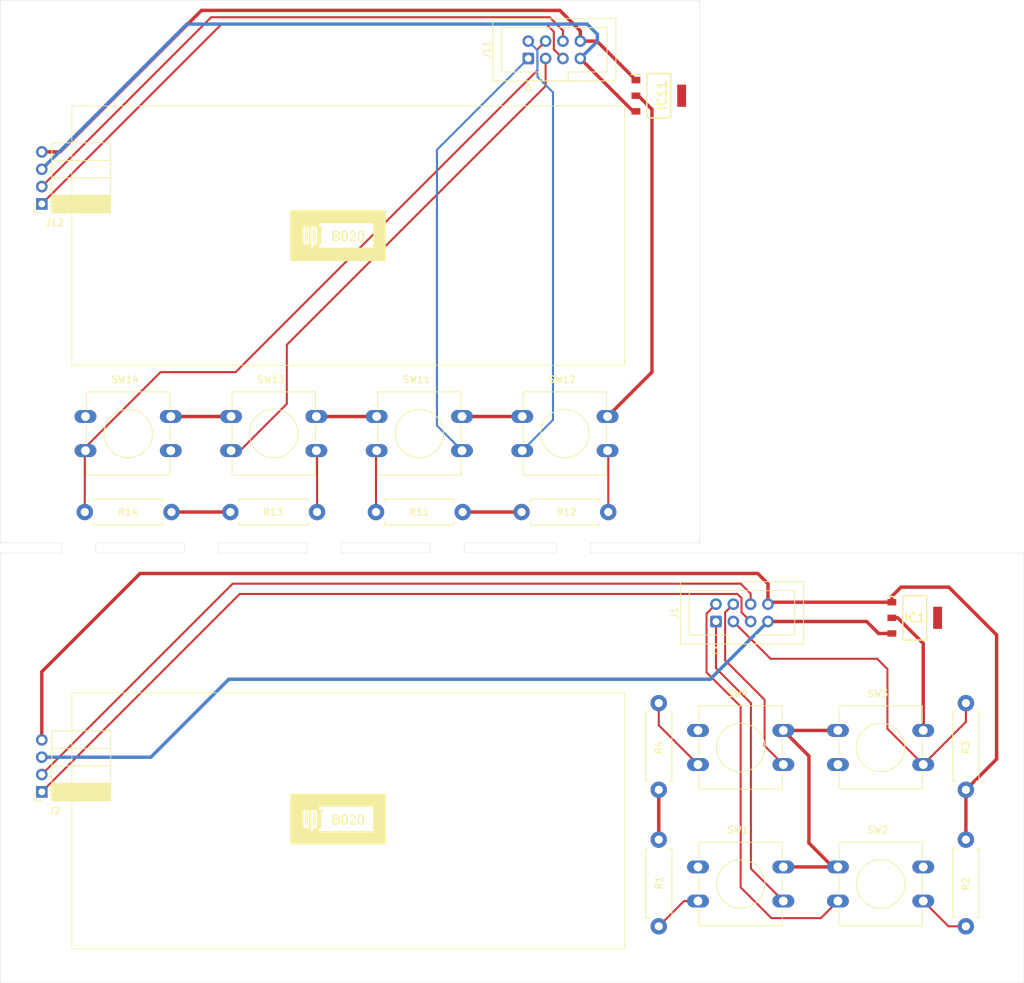
<source format=kicad_pcb>
(kicad_pcb (version 20240108) (generator "pcbnew") (generator_version "8.0")
  (title_block (title "NXP_CUP") (date "2024-04-25") (rev "V1") (company "UPT B020"))
  (layers (0 "F.Cu" signal) (31 "B.Cu" signal) (34 "B.Paste" user) (35 "F.Paste" user) (36 "B.SilkS" user "B.Silkscreen") (37 "F.SilkS" user "F.Silkscreen") (38 "B.Mask" user) (39 "F.Mask" user) (44 "Edge.Cuts" user))
  (net 0 "")
  (net 1 "SCL")
  (net 2 "GND")
  (net 3 "SDA")
  (net 4 "DECREMENT")
  (net 5 "LEFT")
  (net 6 "RIGHT")
  (net 7 "INCREMENT")
  (net 8 "+5V")
  (net 9 "+3.3Vout")
  (footprint "MountingHole:MountingHole_3.2mm_M3" (layer "F.Cu") (at 167.5 183)
    (property "Reference" "H4" (hide yes))
    (property "Value" "MountingHole")
    (pad "" np_thru_hole circle (at 0 0) (size 3.2 3.2) (drill 3.2) (layers "*.Cu" "*.Mask"))
  )
  (footprint "MountingHole:MountingHole_3.2mm_M3" (layer "F.Cu") (at 167.5 127)
    (property "Reference" "H2" (hide yes))
    (property "Value" "MountingHole")
    (pad "" np_thru_hole circle (at 0 0) (size 3.2 3.2) (drill 3.2) (layers "*.Cu" "*.Mask"))
  )
  (footprint "MountingHole:MountingHole_3.2mm_M3" (layer "F.Cu") (at 120 46)
    (property "Reference" "H14" (hide yes))
    (property "Value" "MountingHole" (hide yes))
    (pad "" np_thru_hole circle (at 0 0) (size 3.2 3.2) (drill 3.2) (layers "*.Cu" "*.Mask"))
  )
  (footprint "Button_Switch_THT:SW_PUSH-12mm" (layer "F.Cu") (at 143.75 149.5)
    (property "Reference" "SW3" (at 5.83 -5.41 0) (layer "F.SilkS"))
    (property "Value" "SW_Increment")
    (pad "1" thru_hole oval (at 0 0) (size 3.2 1.9) (drill 1.3) (layers "*.Cu" "*.Mask") (net 9 "+3.3Vout"))
    (pad "1" thru_hole oval (at 12.5 0) (size 3.2 1.9) (drill 1.3) (layers "*.Cu" "*.Mask") (net 9 "+3.3Vout"))
    (pad "2" thru_hole oval (at 0 5) (size 3.2 1.9) (drill 1.3) (layers "*.Cu" "*.Mask") (net 7 "INCREMENT"))
    (pad "2" thru_hole oval (at 12.5 5) (size 3.2 1.9) (drill 1.3) (layers "*.Cu" "*.Mask") (net 7 "INCREMENT"))
  )
  (footprint "MountingHole:MountingHole_3.2mm_M3" (layer "F.Cu") (at 120 118.5)
    (property "Reference" "H5" (hide yes))
    (property "Value" "MountingHole")
    (pad "" np_thru_hole circle (at 0 0) (size 3.2 3.2) (drill 3.2) (layers "*.Cu" "*.Mask"))
  )
  (footprint "Resistor_THT:R_Axial_DIN0411_L9.9mm_D3.6mm_P12.70mm_Horizontal" (layer "F.Cu") (at 117.5 165.5 -90)
    (property "Reference" "R1" (at 6.35 0 90) (layer "F.SilkS"))
    (property "Value" "1k")
    (pad "1" thru_hole circle (at 0 0 270) (size 2.4 2.4) (drill 1.2) (layers "*.Cu" "*.Mask") (net 2 "GND"))
    (pad "2" thru_hole oval (at 12.7 0 270) (size 2.4 2.4) (drill 1.2) (layers "*.Cu" "*.Mask") (net 5 "LEFT"))
  )
  (footprint "Button_Switch_THT:SW_PUSH-12mm" (layer "F.Cu") (at 54.833333 103.5)
    (property "Reference" "SW13" (at 5.83 -5.41 0) (layer "F.SilkS"))
    (property "Value" "SW_Increment")
    (pad "1" thru_hole oval (at 0 0) (size 3.2 1.9) (drill 1.3) (layers "*.Cu" "*.Mask") (net 9 "+3.3Vout"))
    (pad "1" thru_hole oval (at 12.5 0) (size 3.2 1.9) (drill 1.3) (layers "*.Cu" "*.Mask") (net 9 "+3.3Vout"))
    (pad "2" thru_hole oval (at 0 5) (size 3.2 1.9) (drill 1.3) (layers "*.Cu" "*.Mask") (net 7 "INCREMENT"))
    (pad "2" thru_hole oval (at 12.5 5) (size 3.2 1.9) (drill 1.3) (layers "*.Cu" "*.Mask") (net 7 "INCREMENT"))
  )
  (footprint "Button_Switch_THT:SW_PUSH-12mm" (layer "F.Cu") (at 33.5 103.5)
    (property "Reference" "SW14" (at 5.83 -5.41 0) (layer "F.SilkS"))
    (property "Value" "SW_Decrement")
    (pad "1" thru_hole oval (at 0 0) (size 3.2 1.9) (drill 1.3) (layers "*.Cu" "*.Mask") (net 9 "+3.3Vout"))
    (pad "1" thru_hole oval (at 12.5 0) (size 3.2 1.9) (drill 1.3) (layers "*.Cu" "*.Mask") (net 9 "+3.3Vout"))
    (pad "2" thru_hole oval (at 0 5) (size 3.2 1.9) (drill 1.3) (layers "*.Cu" "*.Mask") (net 4 "DECREMENT"))
    (pad "2" thru_hole oval (at 12.5 5) (size 3.2 1.9) (drill 1.3) (layers "*.Cu" "*.Mask") (net 4 "DECREMENT"))
  )
  (footprint "UPT_Logo:upt" (layer "F.Cu") (at 70.5 77)
    (property "Reference" "G***" (hide yes))
    (property "Value" "LOGO" (hide yes))
  )
  (footprint "Connector_PinSocket_2.54mm:PinSocket_1x04_P2.54mm_Horizontal" (layer "F.Cu") (at 27.1 72.35 180)
    (property "Reference" "J12" (at -1.9 -2.77 180) (layer "F.SilkS"))
    (property "Value" "LCD_I2C")
    (pad "1" thru_hole rect (at 0 0 180) (size 1.7 1.7) (drill 1) (layers "*.Cu" "*.Mask") (net 1 "SCL"))
    (pad "2" thru_hole oval (at 0 2.54 180) (size 1.7 1.7) (drill 1) (layers "*.Cu" "*.Mask") (net 3 "SDA"))
    (pad "3" thru_hole oval (at 0 5.08 180) (size 1.7 1.7) (drill 1) (layers "*.Cu" "*.Mask") (net 8 "+5V"))
    (pad "4" thru_hole oval (at 0 7.62 180) (size 1.7 1.7) (drill 1) (layers "*.Cu" "*.Mask") (net 2 "GND"))
  )
  (footprint "MountingHole:MountingHole_3.2mm_M3" (layer "F.Cu") (at 24.5 183)
    (property "Reference" "H3" (hide yes))
    (property "Value" "MountingHole")
    (pad "" np_thru_hole circle (at 0 0) (size 3.2 3.2) (drill 3.2) (layers "*.Cu" "*.Mask"))
  )
  (footprint "Button_Switch_THT:SW_PUSH-12mm" (layer "F.Cu") (at 97.5 103.5)
    (property "Reference" "SW12" (at 5.83 -5.41 0) (layer "F.SilkS"))
    (property "Value" "SW_Right")
    (pad "1" thru_hole oval (at 0 0) (size 3.2 1.9) (drill 1.3) (layers "*.Cu" "*.Mask") (net 9 "+3.3Vout"))
    (pad "1" thru_hole oval (at 12.5 0) (size 3.2 1.9) (drill 1.3) (layers "*.Cu" "*.Mask") (net 9 "+3.3Vout"))
    (pad "2" thru_hole oval (at 0 5) (size 3.2 1.9) (drill 1.3) (layers "*.Cu" "*.Mask") (net 6 "RIGHT"))
    (pad "2" thru_hole oval (at 12.5 5) (size 3.2 1.9) (drill 1.3) (layers "*.Cu" "*.Mask") (net 6 "RIGHT"))
  )
  (footprint "Connector_IDC:IDC-Header_2x04_P2.54mm_Vertical" (layer "F.Cu") (at 98.38 51.04 90)
    (property "Reference" "J11" (at 1.27 -6.1 -90) (layer "F.SilkS"))
    (property "Value" "LcdModule")
    (pad "1" thru_hole roundrect (at 0 0 90) (size 1.7 1.7) (drill 1) (layers "*.Cu" "*.Mask") (roundrect_rratio 0.147059) (net 5 "LEFT"))
    (pad "2" thru_hole circle (at 2.54 0 90) (size 1.7 1.7) (drill 1) (layers "*.Cu" "*.Mask") (net 6 "RIGHT"))
    (pad "3" thru_hole circle (at 0 2.54 90) (size 1.7 1.7) (drill 1) (layers "*.Cu" "*.Mask") (net 7 "INCREMENT"))
    (pad "4" thru_hole circle (at 2.54 2.54 90) (size 1.7 1.7) (drill 1) (layers "*.Cu" "*.Mask") (net 4 "DECREMENT"))
    (pad "5" thru_hole circle (at 0 5.08 90) (size 1.7 1.7) (drill 1) (layers "*.Cu" "*.Mask") (net 1 "SCL"))
    (pad "6" thru_hole circle (at 2.54 5.08 90) (size 1.7 1.7) (drill 1) (layers "*.Cu" "*.Mask") (net 3 "SDA"))
    (pad "7" thru_hole circle (at 0 7.62 90) (size 1.7 1.7) (drill 1) (layers "*.Cu" "*.Mask") (net 8 "+5V"))
    (pad "8" thru_hole circle (at 2.54 7.62 90) (size 1.7 1.7) (drill 1) (layers "*.Cu" "*.Mask") (net 2 "GND"))
  )
  (footprint "MountingHole:MountingHole_3.2mm_M3" (layer "F.Cu") (at 109 92.5)
    (property "Reference" "H11" (hide yes))
    (property "Value" "MountingHole")
    (pad "" np_thru_hole circle (at 0 0) (size 3.2 3.2) (drill 3.2) (layers "*.Cu" "*.Mask"))
  )
  (footprint "Resistor_THT:R_Axial_DIN0411_L9.9mm_D3.6mm_P12.70mm_Horizontal" (layer "F.Cu") (at 33.4 117.5)
    (property "Reference" "R14" (at 6.35 0 0) (layer "F.SilkS"))
    (property "Value" "1k")
    (pad "1" thru_hole circle (at 0 0) (size 2.4 2.4) (drill 1.2) (layers "*.Cu" "*.Mask") (net 4 "DECREMENT"))
    (pad "2" thru_hole oval (at 12.7 0) (size 2.4 2.4) (drill 1.2) (layers "*.Cu" "*.Mask") (net 2 "GND"))
  )
  (footprint "Button_Switch_THT:SW_PUSH-12mm" (layer "F.Cu") (at 143.75 169.5)
    (property "Reference" "SW2" (at 5.83 -5.41 0) (layer "F.SilkS"))
    (property "Value" "SW_Right")
    (pad "1" thru_hole oval (at 0 0) (size 3.2 1.9) (drill 1.3) (layers "*.Cu" "*.Mask") (net 9 "+3.3Vout"))
    (pad "1" thru_hole oval (at 12.5 0) (size 3.2 1.9) (drill 1.3) (layers "*.Cu" "*.Mask") (net 9 "+3.3Vout"))
    (pad "2" thru_hole oval (at 0 5) (size 3.2 1.9) (drill 1.3) (layers "*.Cu" "*.Mask") (net 6 "RIGHT"))
    (pad "2" thru_hole oval (at 12.5 5) (size 3.2 1.9) (drill 1.3) (layers "*.Cu" "*.Mask") (net 6 "RIGHT"))
  )
  (footprint "Resistor_THT:R_Axial_DIN0411_L9.9mm_D3.6mm_P12.70mm_Horizontal" (layer "F.Cu") (at 88.766666 117.5 180)
    (property "Reference" "R11" (at 6.35 0 180) (layer "F.SilkS"))
    (property "Value" "1k")
    (pad "1" thru_hole circle (at 0 0 180) (size 2.4 2.4) (drill 1.2) (layers "*.Cu" "*.Mask") (net 2 "GND"))
    (pad "2" thru_hole oval (at 12.7 0 180) (size 2.4 2.4) (drill 1.2) (layers "*.Cu" "*.Mask") (net 5 "LEFT"))
  )
  (footprint "Resistor_THT:R_Axial_DIN0411_L9.9mm_D3.6mm_P12.70mm_Horizontal" (layer "F.Cu") (at 162.5 165.5 -90)
    (property "Reference" "R2" (at 6.5 0 90) (layer "F.SilkS"))
    (property "Value" "1k")
    (pad "1" thru_hole circle (at 0 0 270) (size 2.4 2.4) (drill 1.2) (layers "*.Cu" "*.Mask") (net 2 "GND"))
    (pad "2" thru_hole oval (at 12.7 0 270) (size 2.4 2.4) (drill 1.2) (layers "*.Cu" "*.Mask") (net 6 "RIGHT"))
  )
  (footprint "MountingHole:MountingHole_3.2mm_M3" (layer "F.Cu") (at 24.5 127)
    (property "Reference" "H1" (hide yes))
    (property "Value" "MountingHole")
    (pad "" np_thru_hole circle (at 0 0) (size 3.2 3.2) (drill 3.2) (layers "*.Cu" "*.Mask"))
  )
  (footprint "MountingHole:MountingHole_3.2mm_M3" (layer "F.Cu") (at 109 147.5)
    (property "Reference" "H15" (hide yes))
    (property "Value" "MountingHole" (hide yes))
    (pad "" np_thru_hole circle (at 0 0) (size 3.2 3.2) (drill 3.2) (layers "*.Cu" "*.Mask"))
  )
  (footprint "Resistor_THT:R_Axial_DIN0411_L9.9mm_D3.6mm_P12.70mm_Horizontal" (layer "F.Cu") (at 117.5 145.5 -90)
    (property "Reference" "R4" (at 6.5 0 90) (layer "F.SilkS"))
    (property "Value" "1k")
    (pad "1" thru_hole circle (at 0 0 270) (size 2.4 2.4) (drill 1.2) (layers "*.Cu" "*.Mask") (net 4 "DECREMENT"))
    (pad "2" thru_hole oval (at 12.7 0 270) (size 2.4 2.4) (drill 1.2) (layers "*.Cu" "*.Mask") (net 2 "GND"))
  )
  (footprint "MountingHole:MountingHole_3.2mm_M3" (layer "F.Cu") (at 109 61.5)
    (property "Reference" "H13" (hide yes))
    (property "Value" "MountingHole")
    (pad "" np_thru_hole circle (at 0 0) (size 3.2 3.2) (drill 3.2) (layers "*.Cu" "*.Mask"))
  )
  (footprint "MountingHole:MountingHole_3.2mm_M3" (layer "F.Cu") (at 109 178)
    (property "Reference" "H16" (hide yes))
    (property "Value" "MountingHole")
    (pad "" np_thru_hole circle (at 0 0) (size 3.2 3.2) (drill 3.2) (layers "*.Cu" "*.Mask"))
  )
  (footprint "Resistor_THT:R_Axial_DIN0411_L9.9mm_D3.6mm_P12.70mm_Horizontal" (layer "F.Cu") (at 162.5 145.5 -90)
    (property "Reference" "R3" (at 6.5 0 90) (layer "F.SilkS"))
    (property "Value" "1k")
    (pad "1" thru_hole circle (at 0 0 270) (size 2.4 2.4) (drill 1.2) (layers "*.Cu" "*.Mask") (net 7 "INCREMENT"))
    (pad "2" thru_hole oval (at 12.7 0 270) (size 2.4 2.4) (drill 1.2) (layers "*.Cu" "*.Mask") (net 2 "GND"))
  )
  (footprint "Connector_IDC:IDC-Header_2x04_P2.54mm_Vertical" (layer "F.Cu") (at 125.88 133.54 90)
    (property "Reference" "J1" (at 1.27 -6.1 -90) (layer "F.SilkS"))
    (property "Value" "LcdModule")
    (pad "1" thru_hole roundrect (at 0 0 90) (size 1.7 1.7) (drill 1) (layers "*.Cu" "*.Mask") (roundrect_rratio 0.147059) (net 5 "LEFT"))
    (pad "2" thru_hole circle (at 2.54 0 90) (size 1.7 1.7) (drill 1) (layers "*.Cu" "*.Mask") (net 6 "RIGHT"))
    (pad "3" thru_hole circle (at 0 2.54 90) (size 1.7 1.7) (drill 1) (layers "*.Cu" "*.Mask") (net 7 "INCREMENT"))
    (pad "4" thru_hole circle (at 2.54 2.54 90) (size 1.7 1.7) (drill 1) (layers "*.Cu" "*.Mask") (net 4 "DECREMENT"))
    (pad "5" thru_hole circle (at 0 5.08 90) (size 1.7 1.7) (drill 1) (layers "*.Cu" "*.Mask") (net 1 "SCL"))
    (pad "6" thru_hole circle (at 2.54 5.08 90) (size 1.7 1.7) (drill 1) (layers "*.Cu" "*.Mask") (net 3 "SDA"))
    (pad "7" thru_hole circle (at 0 7.62 90) (size 1.7 1.7) (drill 1) (layers "*.Cu" "*.Mask") (net 8 "+5V"))
    (pad "8" thru_hole circle (at 2.54 7.62 90) (size 1.7 1.7) (drill 1) (layers "*.Cu" "*.Mask") (net 2 "GND"))
  )
  (footprint "Button_Switch_THT:SW_PUSH-12mm" (layer "F.Cu") (at 123.25 149.5)
    (property "Reference" "SW4" (at 5.83 -5.41 0) (layer "F.SilkS"))
    (property "Value" "SW_Decrement")
    (pad "1" thru_hole oval (at 0 0) (size 3.2 1.9) (drill 1.3) (layers "*.Cu" "*.Mask") (net 9 "+3.3Vout"))
    (pad "1" thru_hole oval (at 12.5 0) (size 3.2 1.9) (drill 1.3) (layers "*.Cu" "*.Mask") (net 9 "+3.3Vout"))
    (pad "2" thru_hole oval (at 0 5) (size 3.2 1.9) (drill 1.3) (layers "*.Cu" "*.Mask") (net 4 "DECREMENT"))
    (pad "2" thru_hole oval (at 12.5 5) (size 3.2 1.9) (drill 1.3) (layers "*.Cu" "*.Mask") (net 4 "DECREMENT"))
  )
  (footprint "AMS1117:SOT229P700X180-4N" (layer "F.Cu") (at 117.5 56.5)
    (property "Reference" "IC11" (at 0.5 0 90) (layer "F.SilkS") (effects (font (size 1.27 1.27) (thickness 0.254))))
    (property "Value" "AMS1117 +3.3v" (hide yes))
    (pad "1" smd rect (at -3.35 -2.29 90) (size 0.95 1.3) (layers "F.Cu" "F.Paste" "F.Mask") (net 2 "GND"))
    (pad "2" smd rect (at -3.35 0 90) (size 0.95 1.3) (layers "F.Cu" "F.Paste" "F.Mask") (net 9 "+3.3Vout"))
    (pad "3" smd rect (at -3.35 2.29 90) (size 0.95 1.3) (layers "F.Cu" "F.Paste" "F.Mask") (net 8 "+5V"))
    (pad "4" smd rect (at 3.35 0) (size 1.3 3.25) (layers "F.Cu" "F.Paste" "F.Mask"))
  )
  (footprint "Button_Switch_THT:SW_PUSH-12mm" (layer "F.Cu") (at 76.166666 103.5)
    (property "Reference" "SW11" (at 5.83 -5.41 0) (layer "F.SilkS"))
    (property "Value" "SW_Left")
    (pad "1" thru_hole oval (at 0 0) (size 3.2 1.9) (drill 1.3) (layers "*.Cu" "*.Mask") (net 9 "+3.3Vout"))
    (pad "1" thru_hole oval (at 12.5 0) (size 3.2 1.9) (drill 1.3) (layers "*.Cu" "*.Mask") (net 9 "+3.3Vout"))
    (pad "2" thru_hole oval (at 0 5) (size 3.2 1.9) (drill 1.3) (layers "*.Cu" "*.Mask") (net 5 "LEFT"))
    (pad "2" thru_hole oval (at 12.5 5) (size 3.2 1.9) (drill 1.3) (layers "*.Cu" "*.Mask") (net 5 "LEFT"))
  )
  (footprint "MountingHole:MountingHole_3.2mm_M3" (layer "F.Cu") (at 24.5 118.5)
    (property "Reference" "H6" (hide yes))
    (property "Value" "MountingHole")
    (pad "" np_thru_hole circle (at 0 0) (size 3.2 3.2) (drill 3.2) (layers "*.Cu" "*.Mask"))
  )
  (footprint "AMS1117:SOT229P700X180-4N" (layer "F.Cu") (at 155 133)
    (property "Reference" "IC1" (at 0 0 0) (layer "F.SilkS") (effects (font (size 1.27 1.27) (thickness 0.254))))
    (property "Value" "AMS1117 +3.3v" (hide yes))
    (pad "1" smd rect (at -3.35 -2.29 90) (size 0.95 1.3) (layers "F.Cu" "F.Paste" "F.Mask") (net 2 "GND"))
    (pad "2" smd rect (at -3.35 0 90) (size 0.95 1.3) (layers "F.Cu" "F.Paste" "F.Mask") (net 9 "+3.3Vout"))
    (pad "3" smd rect (at -3.35 2.29 90) (size 0.95 1.3) (layers "F.Cu" "F.Paste" "F.Mask") (net 8 "+5V"))
    (pad "4" smd rect (at 3.35 0) (size 1.3 3.25) (layers "F.Cu" "F.Paste" "F.Mask"))
  )
  (footprint "UPT_Logo:upt" (layer "F.Cu") (at 70.5 162.5)
    (property "Reference" "G***" (hide yes))
    (property "Value" "LOGO" (hide yes))
  )
  (footprint "Resistor_THT:R_Axial_DIN0411_L9.9mm_D3.6mm_P12.70mm_Horizontal" (layer "F.Cu") (at 97.4 117.5)
    (property "Reference" "R12" (at 6.6 0 0) (layer "F.SilkS"))
    (property "Value" "1k")
    (pad "1" thru_hole circle (at 0 0) (size 2.4 2.4) (drill 1.2) (layers "*.Cu" "*.Mask") (net 2 "GND"))
    (pad "2" thru_hole oval (at 12.7 0) (size 2.4 2.4) (drill 1.2) (layers "*.Cu" "*.Mask") (net 6 "RIGHT"))
  )
  (footprint "MountingHole:MountingHole_3.2mm_M3" (layer "F.Cu") (at 24.5 46)
    (property "Reference" "H12" (hide yes))
    (property "Value" "MountingHole")
    (pad "" np_thru_hole circle (at 0 0) (size 3.2 3.2) (drill 3.2) (layers "*.Cu" "*.Mask"))
  )
  (footprint "Connector_PinSocket_2.54mm:PinSocket_1x04_P2.54mm_Horizontal" (layer "F.Cu") (at 27.1 158.5 180)
    (property "Reference" "J2" (at -1.9 -2.77 180) (layer "F.SilkS"))
    (property "Value" "LCD_I2C")
    (pad "1" thru_hole rect (at 0 0 180) (size 1.7 1.7) (drill 1) (layers "*.Cu" "*.Mask") (net 1 "SCL"))
    (pad "2" thru_hole oval (at 0 2.54 180) (size 1.7 1.7) (drill 1) (layers "*.Cu" "*.Mask") (net 3 "SDA"))
    (pad "3" thru_hole oval (at 0 5.08 180) (size 1.7 1.7) (drill 1) (layers "*.Cu" "*.Mask") (net 8 "+5V"))
    (pad "4" thru_hole oval (at 0 7.62 180) (size 1.7 1.7) (drill 1) (layers "*.Cu" "*.Mask") (net 2 "GND"))
  )
  (footprint "Button_Switch_THT:SW_PUSH-12mm" (layer "F.Cu") (at 123.25 169.5)
    (property "Reference" "SW1" (at 5.83 -5.41 0) (layer "F.SilkS"))
    (property "Value" "SW_Left")
    (pad "1" thru_hole oval (at 0 0) (size 3.2 1.9) (drill 1.3) (layers "*.Cu" "*.Mask") (net 9 "+3.3Vout"))
    (pad "1" thru_hole oval (at 12.5 0) (size 3.2 1.9) (drill 1.3) (layers "*.Cu" "*.Mask") (net 9 "+3.3Vout"))
    (pad "2" thru_hole oval (at 0 5) (size 3.2 1.9) (drill 1.3) (layers "*.Cu" "*.Mask") (net 5 "LEFT"))
    (pad "2" thru_hole oval (at 12.5 5) (size 3.2 1.9) (drill 1.3) (layers "*.Cu" "*.Mask") (net 5 "LEFT"))
  )
  (footprint "Resistor_THT:R_Axial_DIN0411_L9.9mm_D3.6mm_P12.70mm_Horizontal" (layer "F.Cu") (at 67.433333 117.5 180)
    (property "Reference" "R13" (at 6.433333 0 180) (layer "F.SilkS"))
    (property "Value" "1k")
    (pad "1" thru_hole circle (at 0 0 180) (size 2.4 2.4) (drill 1.2) (layers "*.Cu" "*.Mask") (net 7 "INCREMENT"))
    (pad "2" thru_hole oval (at 12.7 0 180) (size 2.4 2.4) (drill 1.2) (layers "*.Cu" "*.Mask") (net 2 "GND"))
  )
  (gr_rect (start 31.5 144) (end 112.5 181.5) (stroke (width 0.1)) (fill none) (layer "F.SilkS"))
  (gr_rect (start 31.5 58) (end 112.5 96) (stroke (width 0.1)) (fill none) (layer "F.SilkS"))
  (gr_line (start 21 122) (end 21 42.5) (stroke (width 0.05)) (layer "Edge.Cuts"))
  (gr_line (start 39 123.5) (end 48 123.5) (stroke (width 0.05)) (layer "Edge.Cuts"))
  (gr_line (start 107.5 123.5) (end 171 123.5) (stroke (width 0.05)) (layer "Edge.Cuts"))
  (gr_line (start 35 123.5) (end 39 123.5) (stroke (width 0.05)) (layer "Edge.Cuts"))
  (gr_line (start 107.5 122) (end 107.5 123.5) (stroke (width 0.05)) (layer "Edge.Cuts"))
  (gr_line (start 171 186.5) (end 21 186.5) (stroke (width 0.05)) (layer "Edge.Cuts"))
  (gr_line (start 35 122) (end 48 122) (stroke (width 0.05)) (layer "Edge.Cuts"))
  (gr_line (start 123.5 42.5) (end 123.5 122) (stroke (width 0.05)) (layer "Edge.Cuts"))
  (gr_line (start 30 122) (end 21 122) (stroke (width 0.05)) (layer "Edge.Cuts"))
  (gr_line (start 30 122) (end 30 123.5) (stroke (width 0.05)) (layer "Edge.Cuts"))
  (gr_line (start 66 123.5) (end 53 123.5) (stroke (width 0.05)) (layer "Edge.Cuts"))
  (gr_rect (start 71 122) (end 84 123.5) (stroke (width 0.05)) (fill none) (layer "Edge.Cuts"))
  (gr_line (start 21 123.5) (end 30 123.5) (stroke (width 0.05)) (layer "Edge.Cuts"))
  (gr_rect (start 89 122) (end 102.5 123.5) (stroke (width 0.05)) (fill none) (layer "Edge.Cuts"))
  (gr_line (start 107.5 122) (end 123.5 122) (stroke (width 0.05)) (layer "Edge.Cuts"))
  (gr_line (start 171 123.5) (end 171 186.5) (stroke (width 0.05)) (layer "Edge.Cuts"))
  (gr_line (start 21 42.5) (end 123.5 42.5) (stroke (width 0.05)) (layer "Edge.Cuts"))
  (gr_line (start 35 123.5) (end 35 122) (stroke (width 0.05)) (layer "Edge.Cuts"))
  (gr_line (start 53 122) (end 66 122) (stroke (width 0.05)) (layer "Edge.Cuts"))
  (gr_line (start 48 122) (end 48 123.5) (stroke (width 0.05)) (layer "Edge.Cuts"))
  (gr_line (start 21 186.5) (end 21 123.5) (stroke (width 0.05)) (layer "Edge.Cuts"))
  (gr_line (start 53 123.5) (end 53 122) (stroke (width 0.05)) (layer "Edge.Cuts"))
  (gr_line (start 66 123.5) (end 66 122) (stroke (width 0.05)) (layer "Edge.Cuts"))
  (segment (start 130.96 133.54) (end 129.62 132.2) (width 0.3) (layer "F.Cu") (net 1))
  (segment (start 129 129.5) (end 56.1 129.5) (width 0.3) (layer "F.Cu") (net 1))
  (segment (start 102.12 47.12) (end 101 46) (width 0.3) (layer "F.Cu") (net 1))
  (segment (start 56.1 129.5) (end 27.1 158.5) (width 0.3) (layer "F.Cu") (net 1))
  (segment (start 102.12 49.7) (end 102.12 47.12) (width 0.3) (layer "F.Cu") (net 1))
  (segment (start 53.45 46) (end 27.1 72.35) (width 0.3) (layer "F.Cu") (net 1))
  (segment (start 129.62 130.12) (end 129 129.5) (width 0.3) (layer "F.Cu") (net 1))
  (segment (start 103.46 51.04) (end 102.12 49.7) (width 0.3) (layer "F.Cu") (net 1))
  (segment (start 101 46) (end 53.45 46) (width 0.3) (layer "F.Cu") (net 1))
  (segment (start 129.62 132.2) (end 129.62 130.12) (width 0.3) (layer "F.Cu") (net 1))
  (segment (start 162.5 165.5) (end 162.5 158.2) (width 0.5) (layer "F.Cu") (net 2))
  (segment (start 162.5 158.2) (end 167 153.7) (width 0.5) (layer "F.Cu") (net 2))
  (segment (start 167 135.5) (end 160 128.5) (width 0.5) (layer "F.Cu") (net 2))
  (segment (start 133.5 128) (end 132 126.5) (width 0.5) (layer "F.Cu") (net 2))
  (segment (start 41.5 126.5) (end 27.1 140.9) (width 0.5) (layer "F.Cu") (net 2))
  (segment (start 50.5 44) (end 29.77 64.73) (width 0.5) (layer "F.Cu") (net 2))
  (segment (start 27.1 140.9) (end 27.1 142.1) (width 0.5) (layer "F.Cu") (net 2))
  (segment (start 153 128.5) (end 151.65 129.85) (width 0.5) (layer "F.Cu") (net 2))
  (segment (start 106 48.5) (end 106 47) (width 0.5) (layer "F.Cu") (net 2))
  (segment (start 151.65 129.85) (end 151.65 130.71) (width 0.5) (layer "F.Cu") (net 2))
  (segment (start 117.5 165.5) (end 117.5 158.2) (width 0.5) (layer "F.Cu") (net 2))
  (segment (start 106 48.5) (end 108.44 48.5) (width 0.5) (layer "F.Cu") (net 2))
  (segment (start 132 126.5) (end 41.5 126.5) (width 0.5) (layer "F.Cu") (net 2))
  (segment (start 133.5 131) (end 133.5 128) (width 0.5) (layer "F.Cu") (net 2))
  (segment (start 151.65 130.71) (end 133.79 130.71) (width 0.5) (layer "F.Cu") (net 2))
  (segment (start 46.1 117.5) (end 54.733333 117.5) (width 0.5) (layer "F.Cu") (net 2))
  (segment (start 106 47) (end 103 44) (width 0.5) (layer "F.Cu") (net 2))
  (segment (start 167 153.7) (end 167 135.5) (width 0.5) (layer "F.Cu") (net 2))
  (segment (start 133.79 130.71) (end 133.5 131) (width 0.5) (layer "F.Cu") (net 2))
  (segment (start 88.766666 117.5) (end 97.4 117.5) (width 0.5) (layer "F.Cu") (net 2))
  (segment (start 160 128.5) (end 153 128.5) (width 0.5) (layer "F.Cu") (net 2))
  (segment (start 103 44) (end 50.5 44) (width 0.5) (layer "F.Cu") (net 2))
  (segment (start 108.44 48.5) (end 114.15 54.21) (width 0.5) (layer "F.Cu") (net 2))
  (segment (start 27.1 142.1) (end 27.1 150.88) (width 0.5) (layer "F.Cu") (net 2))
  (segment (start 29.77 64.73) (end 27.1 64.73) (width 0.5) (layer "F.Cu") (net 2))
  (segment (start 55.06 128) (end 27.1 155.96) (width 0.3) (layer "F.Cu") (net 3))
  (segment (start 130.96 129.46) (end 129.5 128) (width 0.3) (layer "F.Cu") (net 3))
  (segment (start 129.5 128) (end 55.06 128) (width 0.3) (layer "F.Cu") (net 3))
  (segment (start 130.96 131) (end 130.96 129.46) (width 0.3) (layer "F.Cu") (net 3))
  (segment (start 103.46 47.04) (end 103.5 47) (width 0.3) (layer "F.Cu") (net 3))
  (segment (start 51.91 45) (end 27.1 69.81) (width 0.3) (layer "F.Cu") (net 3))
  (segment (start 101.5 45) (end 51.91 45) (width 0.3) (layer "F.Cu") (net 3))
  (segment (start 103.5 47) (end 101.5 45) (width 0.3) (layer "F.Cu") (net 3))
  (segment (start 103.46 48.5) (end 103.46 47.04) (width 0.3) (layer "F.Cu") (net 3))
  (segment (start 99.72 52.78) (end 55.5 97) (width 0.3) (layer "F.Cu") (net 4))
  (segment (start 127.22 139.22) (end 133 145) (width 0.3) (layer "F.Cu") (net 4))
  (segment (start 55.5 97) (end 44.5 97) (width 0.3) (layer "F.Cu") (net 4))
  (segment (start 99.72 49.7) (end 99.72 52.78) (width 0.3) (layer "F.Cu") (net 4))
  (segment (start 127.22 132.2) (end 127.22 139.22) (width 0.3) (layer "F.Cu") (net 4))
  (segment (start 128.42 131) (end 127.22 132.2) (width 0.3) (layer "F.Cu") (net 4))
  (segment (start 133 145) (end 133 151.75) (width 0.3) (layer "F.Cu") (net 4))
  (segment (start 33.4 117.5) (end 33.4 108.6) (width 0.3) (layer "F.Cu") (net 4))
  (segment (start 44.5 97) (end 33.5 108) (width 0.3) (layer "F.Cu") (net 4))
  (segment (start 33.4 108.6) (end 33.5 108.5) (width 0.3) (layer "F.Cu") (net 4))
  (segment (start 33.5 108) (end 33.5 108.5) (width 0.3) (layer "F.Cu") (net 4))
  (segment (start 117.5 148.75) (end 117.5 145.5) (width 0.3) (layer "F.Cu") (net 4))
  (segment (start 133 151.75) (end 135.75 154.5) (width 0.3) (layer "F.Cu") (net 4))
  (segment (start 123.25 154.5) (end 117.5 148.75) (width 0.3) (layer "F.Cu") (net 4))
  (segment (start 100.92 48.5) (end 99.72 49.7) (width 0.3) (layer "F.Cu") (net 4))
  (segment (start 131 145.5) (end 131 169.75) (width 0.3) (layer "F.Cu") (net 5))
  (segment (start 76.066666 108.6) (end 76.166666 108.5) (width 0.3) (layer "F.Cu") (net 5))
  (segment (start 121.2 174.5) (end 117.5 178.2) (width 0.3) (layer "F.Cu") (net 5))
  (segment (start 125.88 133.54) (end 125.88 140.38) (width 0.3) (layer "F.Cu") (net 5))
  (segment (start 125.88 140.38) (end 131 145.5) (width 0.3) (layer "F.Cu") (net 5))
  (segment (start 131 169.75) (end 135.75 174.5) (width 0.3) (layer "F.Cu") (net 5))
  (segment (start 76.066666 117.5) (end 76.066666 108.6) (width 0.3) (layer "F.Cu") (net 5))
  (segment (start 123.25 174.5) (end 121.2 174.5) (width 0.3) (layer "F.Cu") (net 5))
  (segment (start 85 64.42) (end 85 104.833334) (width 0.3) (layer "B.Cu") (net 5))
  (segment (start 85 104.833334) (end 88.666666 108.5) (width 0.3) (layer "B.Cu") (net 5))
  (segment (start 98.38 51.04) (end 85 64.42) (width 0.3) (layer "B.Cu") (net 5))
  (segment (start 124.5 132.38) (end 125.88 131) (width 0.3) (layer "F.Cu") (net 6))
  (segment (start 162.5 178.2) (end 159.95 178.2) (width 0.3) (layer "F.Cu") (net 6))
  (segment (start 110.1 117.5) (end 110.1 108.6) (width 0.3) (layer "F.Cu") (net 6))
  (segment (start 129.5 172.5) (end 129.5 146) (width 0.3) (layer "F.Cu") (net 6))
  (segment (start 134 177) (end 129.5 172.5) (width 0.3) (layer "F.Cu") (net 6))
  (segment (start 110.1 108.6) (end 110 108.5) (width 0.3) (layer "F.Cu") (net 6))
  (segment (start 159.95 178.2) (end 156.25 174.5) (width 0.3) (layer "F.Cu") (net 6))
  (segment (start 124.5 141) (end 124.5 132.38) (width 0.3) (layer "F.Cu") (net 6))
  (segment (start 143.75 174.5) (end 141.25 177) (width 0.3) (layer "F.Cu") (net 6))
  (segment (start 129.5 146) (end 124.5 141) (width 0.3) (layer "F.Cu") (net 6))
  (segment (start 141.25 177) (end 134 177) (width 0.3) (layer "F.Cu") (net 6))
  (segment (start 98.38 48.5) (end 99.72 49.84) (width 0.3) (layer "B.Cu") (net 6))
  (segment (start 99.72 53.72) (end 102 56) (width 0.3) (layer "B.Cu") (net 6))
  (segment (start 102 56) (end 102 104) (width 0.3) (layer "B.Cu") (net 6))
  (segment (start 102 104) (end 97.5 108.5) (width 0.3) (layer "B.Cu") (net 6))
  (segment (start 99.72 49.84) (end 99.72 53.72) (width 0.3) (layer "B.Cu") (net 6))
  (segment (start 63 101.655145) (end 56.155145 108.5) (width 0.3) (layer "F.Cu") (net 7))
  (segment (start 100.92 55.08) (end 63 93) (width 0.3) (layer "F.Cu") (net 7))
  (segment (start 128.42 133.54) (end 133.88 139) (width 0.3) (layer "F.Cu") (net 7))
  (segment (start 63 93) (end 63 101.655145) (width 0.3) (layer "F.Cu") (net 7))
  (segment (start 149.5 139) (end 151 140.5) (width 0.3) (layer "F.Cu") (net 7))
  (segment (start 67.433333 117.5) (end 67.433333 108.6) (width 0.3) (layer "F.Cu") (net 7))
  (segment (start 151 149.25) (end 156.25 154.5) (width 0.3) (layer "F.Cu") (net 7))
  (segment (start 156.25 154.5) (end 162.5 148.25) (width 0.3) (layer "F.Cu") (net 7))
  (segment (start 100.92 51.04) (end 100.92 55.08) (width 0.3) (layer "F.Cu") (net 7))
  (segment (start 56.155145 108.5) (end 54.833333 108.5) (width 0.3) (layer "F.Cu") (net 7))
  (segment (start 151 140.5) (end 151 149.25) (width 0.3) (layer "F.Cu") (net 7))
  (segment (start 162.5 148.25) (end 162.5 145.5) (width 0.3) (layer "F.Cu") (net 7))
  (segment (start 133.88 139) (end 149.5 139) (width 0.3) (layer "F.Cu") (net 7))
  (segment (start 67.433333 108.6) (end 67.333333 108.5) (width 0.3) (layer "F.Cu") (net 7))
  (segment (start 114.15 58.79) (end 113.75 58.79) (width 0.5) (layer "F.Cu") (net 8))
  (segment (start 133.5 133.54) (end 147.96 133.54) (width 0.5) (layer "F.Cu") (net 8))
  (segment (start 113.75 58.79) (end 106 51.04) (width 0.5) (layer "F.Cu") (net 8))
  (segment (start 147.96 133.54) (end 149.71 135.29) (width 0.5) (layer "F.Cu") (net 8))
  (segment (start 149.71 135.29) (end 151.65 135.29) (width 0.5) (layer "F.Cu") (net 8))
  (segment (start 48.37 46) (end 107 46) (width 0.5) (layer "B.Cu") (net 8))
  (segment (start 133.5 133.54) (end 125.04 142) (width 0.5) (layer "B.Cu") (net 8))
  (segment (start 108.5 47.5) (end 108.5 48.54) (width 0.5) (layer "B.Cu") (net 8))
  (segment (start 43.08 153.42) (end 27.1 153.42) (width 0.5) (layer "B.Cu") (net 8))
  (segment (start 107 46) (end 108.5 47.5) (width 0.5) (layer "B.Cu") (net 8))
  (segment (start 125.04 142) (end 54.5 142) (width 0.5) (layer "B.Cu") (net 8))
  (segment (start 54.5 142) (end 43.08 153.42) (width 0.5) (layer "B.Cu") (net 8))
  (segment (start 27.1 67.27) (end 48.37 46) (width 0.5) (layer "B.Cu") (net 8))
  (segment (start 108.5 48.54) (end 106 51.04) (width 0.5) (layer "B.Cu") (net 8))
  (segment (start 156.25 136.75) (end 156.25 149.5) (width 0.5) (layer "F.Cu") (net 9))
  (segment (start 97.5 103.5) (end 88.666666 103.5) (width 0.5) (layer "F.Cu") (net 9))
  (segment (start 143 169.5) (end 143.75 169.5) (width 0.5) (layer "F.Cu") (net 9))
  (segment (start 151.65 133) (end 152.5 133) (width 0.5) (layer "F.Cu") (net 9))
  (segment (start 116.5 97) (end 116.5 58.5) (width 0.5) (layer "F.Cu") (net 9))
  (segment (start 143.75 169.5) (end 135.75 169.5) (width 0.5) (layer "F.Cu") (net 9))
  (segment (start 139.5 153.25) (end 139.5 166) (width 0.5) (layer "F.Cu") (net 9))
  (segment (start 110 103.5) (end 116.5 97) (width 0.5) (layer "F.Cu") (net 9))
  (segment (start 114.5 56.5) (end 116.5 58.5) (width 0.5) (layer "F.Cu") (net 9))
  (segment (start 114.15 56.5) (end 114.5 56.5) (width 0.5) (layer "F.Cu") (net 9))
  (segment (start 135.75 149.5) (end 139.5 153.25) (width 0.5) (layer "F.Cu") (net 9))
  (segment (start 139.5 166) (end 143 169.5) (width 0.5) (layer "F.Cu") (net 9))
  (segment (start 152.5 133) (end 156.25 136.75) (width 0.5) (layer "F.Cu") (net 9))
  (segment (start 143.75 149.5) (end 135.75 149.5) (width 0.5) (layer "F.Cu") (net 9))
  (segment (start 76.166666 103.5) (end 67.333333 103.5) (width 0.5) (layer "F.Cu") (net 9))
  (segment (start 46 103.5) (end 54.833333 103.5) (width 0.5) (layer "F.Cu") (net 9))
)
</source>
